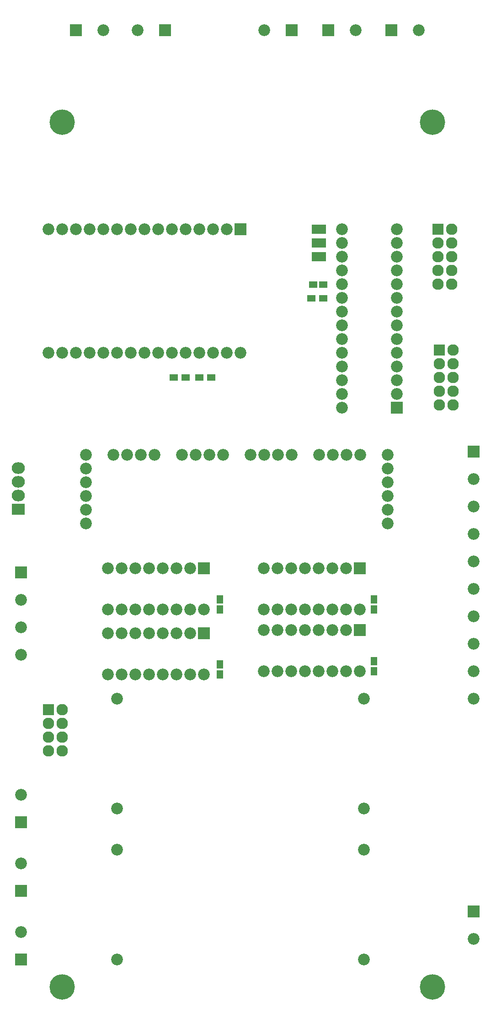
<source format=gts>
G04 #@! TF.FileFunction,Soldermask,Top*
%FSLAX46Y46*%
G04 Gerber Fmt 4.6, Leading zero omitted, Abs format (unit mm)*
G04 Created by KiCad (PCBNEW 4.0.3-stable) date Wednesday, August 17, 2016 'PMt' 02:01:32 PM*
%MOMM*%
%LPD*%
G01*
G04 APERTURE LIST*
%ADD10C,0.100000*%
%ADD11R,2.178000X2.178000*%
%ADD12C,2.178000*%
%ADD13C,4.700000*%
%ADD14R,1.035000X1.670000*%
%ADD15R,1.600000X1.300000*%
%ADD16R,2.432000X2.127200*%
%ADD17O,2.432000X2.127200*%
%ADD18R,1.150000X1.600000*%
%ADD19R,1.600000X1.150000*%
%ADD20R,2.127200X2.127200*%
%ADD21O,2.127200X2.127200*%
G04 APERTURE END LIST*
D10*
D11*
X90678000Y-227330000D03*
D12*
X88138000Y-227330000D03*
X85598000Y-227330000D03*
X83058000Y-227330000D03*
X80518000Y-227330000D03*
X77978000Y-227330000D03*
X75438000Y-227330000D03*
X72898000Y-227330000D03*
X72898000Y-234950000D03*
X75438000Y-234950000D03*
X77978000Y-234950000D03*
X80518000Y-234950000D03*
X83058000Y-234950000D03*
X85598000Y-234950000D03*
X88138000Y-234950000D03*
X90678000Y-234950000D03*
D13*
X35560000Y-304800000D03*
X35560000Y-144780000D03*
X104140000Y-304800000D03*
X104140000Y-144780000D03*
D11*
X68580000Y-164592000D03*
D12*
X66040000Y-164592000D03*
X63500000Y-164592000D03*
X60960000Y-164592000D03*
X58420000Y-164592000D03*
X55880000Y-164592000D03*
X53340000Y-164592000D03*
X50800000Y-164592000D03*
X48260000Y-164592000D03*
X45720000Y-164592000D03*
X43180000Y-164592000D03*
X40640000Y-164592000D03*
X38100000Y-164592000D03*
X35560000Y-164592000D03*
X33020000Y-164592000D03*
X33020000Y-187452000D03*
X35560000Y-187452000D03*
X38100000Y-187452000D03*
X40640000Y-187452000D03*
X43180000Y-187452000D03*
X45720000Y-187452000D03*
X48260000Y-187452000D03*
X50800000Y-187452000D03*
X53340000Y-187452000D03*
X55880000Y-187452000D03*
X58420000Y-187452000D03*
X60960000Y-187452000D03*
X63500000Y-187452000D03*
X66040000Y-187452000D03*
X68580000Y-187452000D03*
D14*
X82296000Y-169672000D03*
X83108800Y-169672000D03*
X83921600Y-169672000D03*
X82296000Y-167132000D03*
X83108800Y-167132000D03*
X83921600Y-167132000D03*
X82296000Y-164592000D03*
X83108800Y-164592000D03*
X83921600Y-164592000D03*
D11*
X27940000Y-299720000D03*
D12*
X27940000Y-294640000D03*
D11*
X84836000Y-127762000D03*
D12*
X89916000Y-127762000D03*
D11*
X78105000Y-127762000D03*
D12*
X73025000Y-127762000D03*
D11*
X54610000Y-127762000D03*
D12*
X49530000Y-127762000D03*
D11*
X27940000Y-274320000D03*
D12*
X27940000Y-269240000D03*
D11*
X27940000Y-287020000D03*
D12*
X27940000Y-281940000D03*
D11*
X38100000Y-127762000D03*
D12*
X43180000Y-127762000D03*
D11*
X96520000Y-127762000D03*
D12*
X101600000Y-127762000D03*
D15*
X60960000Y-192024000D03*
X63160000Y-192024000D03*
X58420000Y-192024000D03*
X56220000Y-192024000D03*
X83947000Y-177419000D03*
X81747000Y-177419000D03*
D12*
X45720000Y-251460000D03*
X45720000Y-271780000D03*
X91440000Y-271780000D03*
X91440000Y-251460000D03*
X95885000Y-219075000D03*
X95885000Y-216535000D03*
X95885000Y-213995000D03*
X95885000Y-211455000D03*
X95885000Y-208915000D03*
X95885000Y-206375000D03*
X90805000Y-206375000D03*
X88265000Y-206375000D03*
X85725000Y-206375000D03*
X83185000Y-206375000D03*
X78105000Y-206375000D03*
X75565000Y-206375000D03*
X73025000Y-206375000D03*
X70485000Y-206375000D03*
X65405000Y-206375000D03*
X62865000Y-206375000D03*
X60325000Y-206375000D03*
X57785000Y-206375000D03*
X52705000Y-206375000D03*
X50165000Y-206375000D03*
X47625000Y-206375000D03*
X45085000Y-206375000D03*
X40005000Y-206375000D03*
X40005000Y-208915000D03*
X40005000Y-211455000D03*
X40005000Y-213995000D03*
X40005000Y-216535000D03*
X40005000Y-219075000D03*
X45720000Y-279400000D03*
X45720000Y-299720000D03*
X91440000Y-299720000D03*
X91440000Y-279400000D03*
D16*
X27432000Y-216408000D03*
D17*
X27432000Y-213868000D03*
X27432000Y-211328000D03*
X27432000Y-208788000D03*
D18*
X93345000Y-246380000D03*
X93345000Y-244480000D03*
X93345000Y-234950000D03*
X93345000Y-233050000D03*
X64770000Y-234950000D03*
X64770000Y-233050000D03*
X64770000Y-247015000D03*
X64770000Y-245115000D03*
D19*
X82047000Y-174879000D03*
X83947000Y-174879000D03*
D11*
X27940000Y-228092000D03*
D12*
X27940000Y-233172000D03*
X27940000Y-238252000D03*
X27940000Y-243332000D03*
D20*
X105410000Y-186944000D03*
D21*
X107950000Y-186944000D03*
X105410000Y-189484000D03*
X107950000Y-189484000D03*
X105410000Y-192024000D03*
X107950000Y-192024000D03*
X105410000Y-194564000D03*
X107950000Y-194564000D03*
X105410000Y-197104000D03*
X107950000Y-197104000D03*
D20*
X105156000Y-164592000D03*
D21*
X107696000Y-164592000D03*
X105156000Y-167132000D03*
X107696000Y-167132000D03*
X105156000Y-169672000D03*
X107696000Y-169672000D03*
X105156000Y-172212000D03*
X107696000Y-172212000D03*
X105156000Y-174752000D03*
X107696000Y-174752000D03*
D20*
X33020000Y-253492000D03*
D21*
X35560000Y-253492000D03*
X33020000Y-256032000D03*
X35560000Y-256032000D03*
X33020000Y-258572000D03*
X35560000Y-258572000D03*
X33020000Y-261112000D03*
X35560000Y-261112000D03*
D11*
X90678000Y-238760000D03*
D12*
X88138000Y-238760000D03*
X85598000Y-238760000D03*
X83058000Y-238760000D03*
X80518000Y-238760000D03*
X77978000Y-238760000D03*
X75438000Y-238760000D03*
X72898000Y-238760000D03*
X72898000Y-246380000D03*
X75438000Y-246380000D03*
X77978000Y-246380000D03*
X80518000Y-246380000D03*
X83058000Y-246380000D03*
X85598000Y-246380000D03*
X88138000Y-246380000D03*
X90678000Y-246380000D03*
D11*
X61849000Y-227330000D03*
D12*
X59309000Y-227330000D03*
X56769000Y-227330000D03*
X54229000Y-227330000D03*
X51689000Y-227330000D03*
X49149000Y-227330000D03*
X46609000Y-227330000D03*
X44069000Y-227330000D03*
X44069000Y-234950000D03*
X46609000Y-234950000D03*
X49149000Y-234950000D03*
X51689000Y-234950000D03*
X54229000Y-234950000D03*
X56769000Y-234950000D03*
X59309000Y-234950000D03*
X61849000Y-234950000D03*
D11*
X61849000Y-239395000D03*
D12*
X59309000Y-239395000D03*
X56769000Y-239395000D03*
X54229000Y-239395000D03*
X51689000Y-239395000D03*
X49149000Y-239395000D03*
X46609000Y-239395000D03*
X44069000Y-239395000D03*
X44069000Y-247015000D03*
X46609000Y-247015000D03*
X49149000Y-247015000D03*
X51689000Y-247015000D03*
X54229000Y-247015000D03*
X56769000Y-247015000D03*
X59309000Y-247015000D03*
X61849000Y-247015000D03*
D11*
X97536000Y-197612000D03*
D12*
X97536000Y-195072000D03*
X97536000Y-192532000D03*
X97536000Y-189992000D03*
X97536000Y-187452000D03*
X97536000Y-184912000D03*
X97536000Y-182372000D03*
X97536000Y-179832000D03*
X97536000Y-177292000D03*
X97536000Y-174752000D03*
X97536000Y-172212000D03*
X97536000Y-169672000D03*
X97536000Y-167132000D03*
X97536000Y-164592000D03*
X87376000Y-164592000D03*
X87376000Y-167132000D03*
X87376000Y-169672000D03*
X87376000Y-172212000D03*
X87376000Y-174752000D03*
X87376000Y-177292000D03*
X87376000Y-179832000D03*
X87376000Y-182372000D03*
X87376000Y-184912000D03*
X87376000Y-187452000D03*
X87376000Y-189992000D03*
X87376000Y-192532000D03*
X87376000Y-195072000D03*
X87376000Y-197612000D03*
D11*
X111760000Y-290830000D03*
D12*
X111760000Y-295910000D03*
D11*
X111760000Y-205740000D03*
D12*
X111760000Y-210820000D03*
X111760000Y-215900000D03*
X111760000Y-220980000D03*
X111760000Y-226060000D03*
X111760000Y-231140000D03*
X111760000Y-236220000D03*
X111760000Y-241300000D03*
X111760000Y-246380000D03*
X111760000Y-251460000D03*
M02*

</source>
